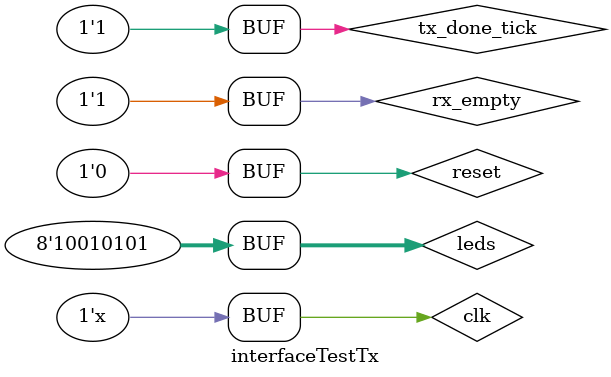
<source format=v>
`timescale 1ns / 1ps

module interfaceTestTx;

    wire signed[7:0] d_in; 
	reg [7:0] leds;
	reg wr, s_tick, rx_done_tick, tx_done_tick, tx_full, clk, reset, rx_empty;
    wire tx_start, rd;
    
    tx_interface int_tx (clk, reset,tx_done_tick, rx_empty, leds, d_in, tx_start, rd);

    always 
        begin
            #5 clk = ~clk;            
        end
    initial
    begin
        clk = 0;
        reset = 1;
        tx_done_tick = 0;
        leds = -107;
        rx_empty = 0;
        #20 reset = 0;          //#20
        
        #20 rx_empty = 1;          // 5 #40
        
        #20 tx_done_tick = 1;   // #60
        
    end

endmodule
</source>
